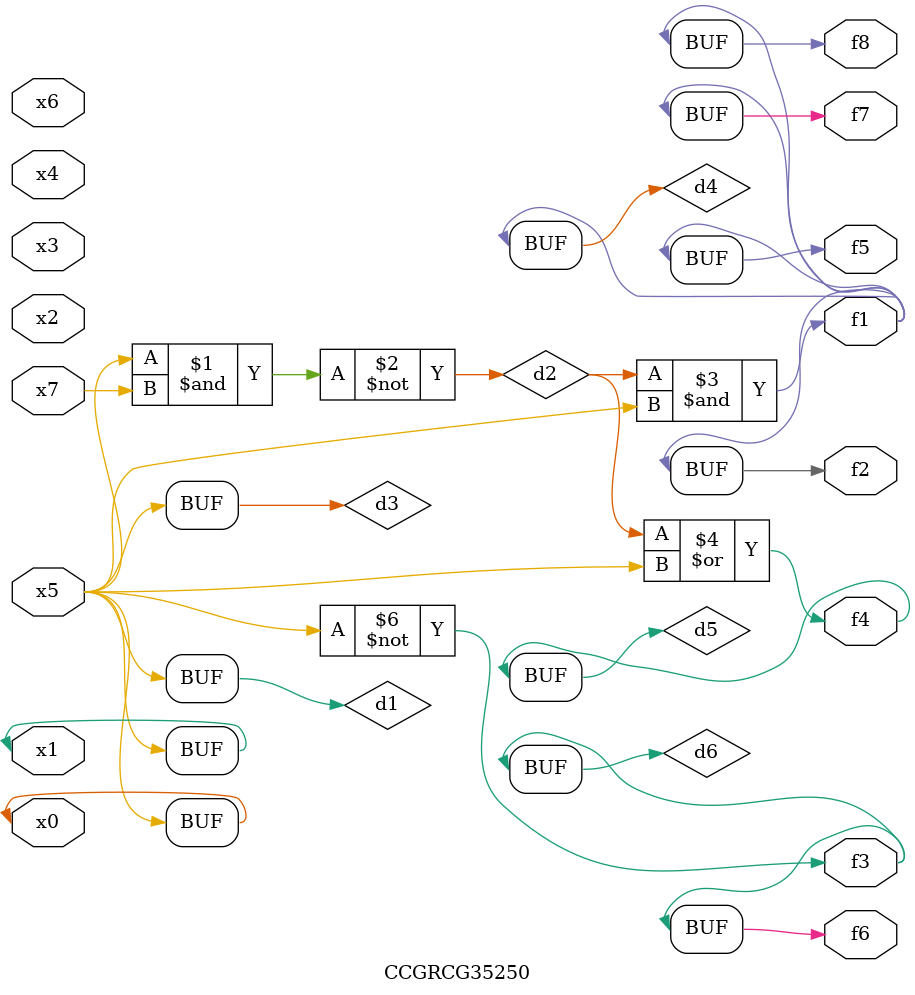
<source format=v>
module CCGRCG35250(
	input x0, x1, x2, x3, x4, x5, x6, x7,
	output f1, f2, f3, f4, f5, f6, f7, f8
);

	wire d1, d2, d3, d4, d5, d6;

	buf (d1, x0, x5);
	nand (d2, x5, x7);
	buf (d3, x0, x1);
	and (d4, d2, d3);
	or (d5, d2, d3);
	nor (d6, d1, d3);
	assign f1 = d4;
	assign f2 = d4;
	assign f3 = d6;
	assign f4 = d5;
	assign f5 = d4;
	assign f6 = d6;
	assign f7 = d4;
	assign f8 = d4;
endmodule

</source>
